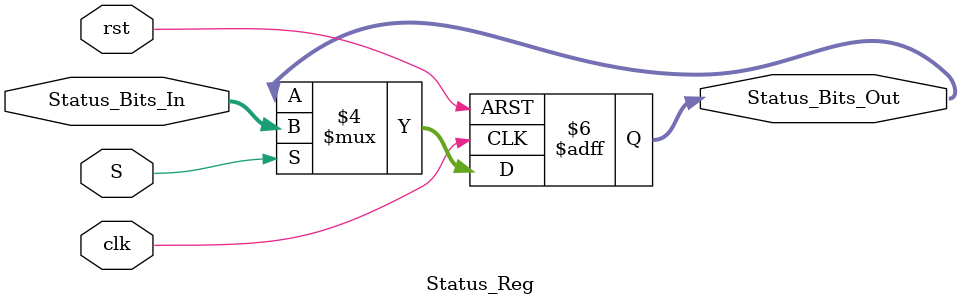
<source format=v>
module Status_Reg 
(
    input clk, rst, S,
    input [3:0] Status_Bits_In,

    output reg [3:0] Status_Bits_Out
);

    always @(negedge clk, posedge rst) 
    begin
        if (rst) 
        begin
            Status_Bits_Out = 4'b0000;
	    end
        else if (~S) 
        begin
            Status_Bits_Out = Status_Bits_Out;            
        end
        else
        begin
            Status_Bits_Out = Status_Bits_In;
        end
    end
    
endmodule

</source>
